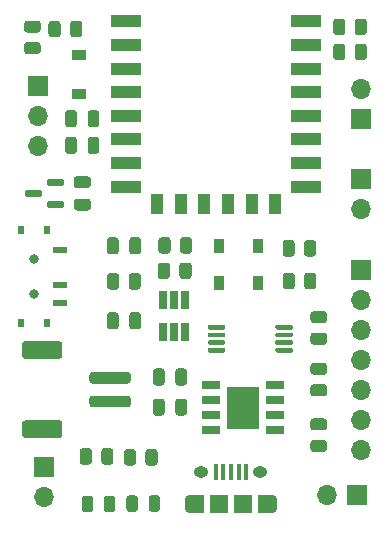
<source format=gts>
G04 #@! TF.GenerationSoftware,KiCad,Pcbnew,(5.1.12)-1*
G04 #@! TF.CreationDate,2021-12-21T15:59:21+01:00*
G04 #@! TF.ProjectId,iot-postbox,696f742d-706f-4737-9462-6f782e6b6963,v0.3*
G04 #@! TF.SameCoordinates,Original*
G04 #@! TF.FileFunction,Soldermask,Top*
G04 #@! TF.FilePolarity,Negative*
%FSLAX46Y46*%
G04 Gerber Fmt 4.6, Leading zero omitted, Abs format (unit mm)*
G04 Created by KiCad (PCBNEW (5.1.12)-1) date 2021-12-21 15:59:21*
%MOMM*%
%LPD*%
G01*
G04 APERTURE LIST*
%ADD10O,1.700000X1.700000*%
%ADD11R,1.700000X1.700000*%
%ADD12C,0.800000*%
%ADD13R,0.600000X0.800000*%
%ADD14R,1.200000X0.600000*%
%ADD15R,0.650000X1.560000*%
%ADD16R,1.500000X0.650000*%
%ADD17R,2.700000X3.600000*%
%ADD18R,2.500000X1.000000*%
%ADD19R,1.000000X1.800000*%
%ADD20O,0.890000X1.550000*%
%ADD21R,1.200000X1.550000*%
%ADD22R,1.500000X1.550000*%
%ADD23O,1.250000X0.950000*%
%ADD24R,0.400000X1.350000*%
%ADD25R,1.200000X0.900000*%
%ADD26R,0.900000X1.200000*%
G04 APERTURE END LIST*
D10*
X101669000Y-120720000D03*
X101669000Y-118180000D03*
D11*
X101669000Y-115640000D03*
D10*
X129032000Y-146418000D03*
X129032000Y-143878000D03*
X129032000Y-141338000D03*
X129032000Y-138798000D03*
X129032000Y-136258000D03*
X129032000Y-133718000D03*
D11*
X129032000Y-131178000D03*
D12*
X101349000Y-133240000D03*
D13*
X100239000Y-135650000D03*
X102459000Y-135650000D03*
X100239000Y-127830000D03*
X102459000Y-127830000D03*
D14*
X103559000Y-129490000D03*
X103559000Y-132490000D03*
X103559000Y-133990000D03*
D12*
X101349000Y-130240000D03*
G36*
G01*
X103900000Y-125500000D02*
X103900000Y-125800000D01*
G75*
G02*
X103750000Y-125950000I-150000J0D01*
G01*
X102575000Y-125950000D01*
G75*
G02*
X102425000Y-125800000I0J150000D01*
G01*
X102425000Y-125500000D01*
G75*
G02*
X102575000Y-125350000I150000J0D01*
G01*
X103750000Y-125350000D01*
G75*
G02*
X103900000Y-125500000I0J-150000D01*
G01*
G37*
G36*
G01*
X103900000Y-123600000D02*
X103900000Y-123900000D01*
G75*
G02*
X103750000Y-124050000I-150000J0D01*
G01*
X102575000Y-124050000D01*
G75*
G02*
X102425000Y-123900000I0J150000D01*
G01*
X102425000Y-123600000D01*
G75*
G02*
X102575000Y-123450000I150000J0D01*
G01*
X103750000Y-123450000D01*
G75*
G02*
X103900000Y-123600000I0J-150000D01*
G01*
G37*
G36*
G01*
X102025000Y-124550000D02*
X102025000Y-124850000D01*
G75*
G02*
X101875000Y-125000000I-150000J0D01*
G01*
X100700000Y-125000000D01*
G75*
G02*
X100550000Y-124850000I0J150000D01*
G01*
X100550000Y-124550000D01*
G75*
G02*
X100700000Y-124400000I150000J0D01*
G01*
X101875000Y-124400000D01*
G75*
G02*
X102025000Y-124550000I0J-150000D01*
G01*
G37*
G36*
G01*
X116050000Y-136125000D02*
X116050000Y-135925000D01*
G75*
G02*
X116150000Y-135825000I100000J0D01*
G01*
X117425000Y-135825000D01*
G75*
G02*
X117525000Y-135925000I0J-100000D01*
G01*
X117525000Y-136125000D01*
G75*
G02*
X117425000Y-136225000I-100000J0D01*
G01*
X116150000Y-136225000D01*
G75*
G02*
X116050000Y-136125000I0J100000D01*
G01*
G37*
G36*
G01*
X116050000Y-136775000D02*
X116050000Y-136575000D01*
G75*
G02*
X116150000Y-136475000I100000J0D01*
G01*
X117425000Y-136475000D01*
G75*
G02*
X117525000Y-136575000I0J-100000D01*
G01*
X117525000Y-136775000D01*
G75*
G02*
X117425000Y-136875000I-100000J0D01*
G01*
X116150000Y-136875000D01*
G75*
G02*
X116050000Y-136775000I0J100000D01*
G01*
G37*
G36*
G01*
X116050000Y-137425000D02*
X116050000Y-137225000D01*
G75*
G02*
X116150000Y-137125000I100000J0D01*
G01*
X117425000Y-137125000D01*
G75*
G02*
X117525000Y-137225000I0J-100000D01*
G01*
X117525000Y-137425000D01*
G75*
G02*
X117425000Y-137525000I-100000J0D01*
G01*
X116150000Y-137525000D01*
G75*
G02*
X116050000Y-137425000I0J100000D01*
G01*
G37*
G36*
G01*
X116050000Y-138075000D02*
X116050000Y-137875000D01*
G75*
G02*
X116150000Y-137775000I100000J0D01*
G01*
X117425000Y-137775000D01*
G75*
G02*
X117525000Y-137875000I0J-100000D01*
G01*
X117525000Y-138075000D01*
G75*
G02*
X117425000Y-138175000I-100000J0D01*
G01*
X116150000Y-138175000D01*
G75*
G02*
X116050000Y-138075000I0J100000D01*
G01*
G37*
G36*
G01*
X121775000Y-138075000D02*
X121775000Y-137875000D01*
G75*
G02*
X121875000Y-137775000I100000J0D01*
G01*
X123150000Y-137775000D01*
G75*
G02*
X123250000Y-137875000I0J-100000D01*
G01*
X123250000Y-138075000D01*
G75*
G02*
X123150000Y-138175000I-100000J0D01*
G01*
X121875000Y-138175000D01*
G75*
G02*
X121775000Y-138075000I0J100000D01*
G01*
G37*
G36*
G01*
X121775000Y-137425000D02*
X121775000Y-137225000D01*
G75*
G02*
X121875000Y-137125000I100000J0D01*
G01*
X123150000Y-137125000D01*
G75*
G02*
X123250000Y-137225000I0J-100000D01*
G01*
X123250000Y-137425000D01*
G75*
G02*
X123150000Y-137525000I-100000J0D01*
G01*
X121875000Y-137525000D01*
G75*
G02*
X121775000Y-137425000I0J100000D01*
G01*
G37*
G36*
G01*
X121775000Y-136775000D02*
X121775000Y-136575000D01*
G75*
G02*
X121875000Y-136475000I100000J0D01*
G01*
X123150000Y-136475000D01*
G75*
G02*
X123250000Y-136575000I0J-100000D01*
G01*
X123250000Y-136775000D01*
G75*
G02*
X123150000Y-136875000I-100000J0D01*
G01*
X121875000Y-136875000D01*
G75*
G02*
X121775000Y-136775000I0J100000D01*
G01*
G37*
G36*
G01*
X121775000Y-136125000D02*
X121775000Y-135925000D01*
G75*
G02*
X121875000Y-135825000I100000J0D01*
G01*
X123150000Y-135825000D01*
G75*
G02*
X123250000Y-135925000I0J-100000D01*
G01*
X123250000Y-136125000D01*
G75*
G02*
X123150000Y-136225000I-100000J0D01*
G01*
X121875000Y-136225000D01*
G75*
G02*
X121775000Y-136125000I0J100000D01*
G01*
G37*
D15*
X112250000Y-136400000D03*
X113200000Y-136400000D03*
X114150000Y-136400000D03*
X114150000Y-133700000D03*
X112250000Y-133700000D03*
X113200000Y-133700000D03*
D16*
X121750000Y-144755000D03*
X121750000Y-143485000D03*
X121750000Y-142215000D03*
X121750000Y-140945000D03*
X116350000Y-140945000D03*
X116350000Y-142215000D03*
X116350000Y-143485000D03*
X116350000Y-144755000D03*
D17*
X119050000Y-142850000D03*
D18*
X109160000Y-110130000D03*
X109160000Y-112130000D03*
X109160000Y-114130000D03*
X109160000Y-116130000D03*
X109160000Y-118130000D03*
X109160000Y-120130000D03*
X109160000Y-122130000D03*
X109160000Y-124130000D03*
D19*
X111760000Y-125630000D03*
X113760000Y-125630000D03*
X115760000Y-125630000D03*
X117760000Y-125630000D03*
X119760000Y-125630000D03*
X121760000Y-125630000D03*
D18*
X124360000Y-124130000D03*
X124360000Y-122130000D03*
X124360000Y-120130000D03*
X124360000Y-118130000D03*
X124360000Y-116130000D03*
X124360000Y-114130000D03*
X124360000Y-112130000D03*
X124360000Y-110130000D03*
G36*
G01*
X125890002Y-144770000D02*
X124989998Y-144770000D01*
G75*
G02*
X124740000Y-144520002I0J249998D01*
G01*
X124740000Y-143994998D01*
G75*
G02*
X124989998Y-143745000I249998J0D01*
G01*
X125890002Y-143745000D01*
G75*
G02*
X126140000Y-143994998I0J-249998D01*
G01*
X126140000Y-144520002D01*
G75*
G02*
X125890002Y-144770000I-249998J0D01*
G01*
G37*
G36*
G01*
X125890002Y-146595000D02*
X124989998Y-146595000D01*
G75*
G02*
X124740000Y-146345002I0J249998D01*
G01*
X124740000Y-145819998D01*
G75*
G02*
X124989998Y-145570000I249998J0D01*
G01*
X125890002Y-145570000D01*
G75*
G02*
X126140000Y-145819998I0J-249998D01*
G01*
X126140000Y-146345002D01*
G75*
G02*
X125890002Y-146595000I-249998J0D01*
G01*
G37*
G36*
G01*
X114725000Y-128649998D02*
X114725000Y-129550002D01*
G75*
G02*
X114475002Y-129800000I-249998J0D01*
G01*
X113949998Y-129800000D01*
G75*
G02*
X113700000Y-129550002I0J249998D01*
G01*
X113700000Y-128649998D01*
G75*
G02*
X113949998Y-128400000I249998J0D01*
G01*
X114475002Y-128400000D01*
G75*
G02*
X114725000Y-128649998I0J-249998D01*
G01*
G37*
G36*
G01*
X112900000Y-128649998D02*
X112900000Y-129550002D01*
G75*
G02*
X112650002Y-129800000I-249998J0D01*
G01*
X112124998Y-129800000D01*
G75*
G02*
X111875000Y-129550002I0J249998D01*
G01*
X111875000Y-128649998D01*
G75*
G02*
X112124998Y-128400000I249998J0D01*
G01*
X112650002Y-128400000D01*
G75*
G02*
X112900000Y-128649998I0J-249998D01*
G01*
G37*
G36*
G01*
X111825000Y-131700002D02*
X111825000Y-130799998D01*
G75*
G02*
X112074998Y-130550000I249998J0D01*
G01*
X112600002Y-130550000D01*
G75*
G02*
X112850000Y-130799998I0J-249998D01*
G01*
X112850000Y-131700002D01*
G75*
G02*
X112600002Y-131950000I-249998J0D01*
G01*
X112074998Y-131950000D01*
G75*
G02*
X111825000Y-131700002I0J249998D01*
G01*
G37*
G36*
G01*
X113650000Y-131700002D02*
X113650000Y-130799998D01*
G75*
G02*
X113899998Y-130550000I249998J0D01*
G01*
X114425002Y-130550000D01*
G75*
G02*
X114675000Y-130799998I0J-249998D01*
G01*
X114675000Y-131700002D01*
G75*
G02*
X114425002Y-131950000I-249998J0D01*
G01*
X113899998Y-131950000D01*
G75*
G02*
X113650000Y-131700002I0J249998D01*
G01*
G37*
G36*
G01*
X107525000Y-132600002D02*
X107525000Y-131699998D01*
G75*
G02*
X107774998Y-131450000I249998J0D01*
G01*
X108300002Y-131450000D01*
G75*
G02*
X108550000Y-131699998I0J-249998D01*
G01*
X108550000Y-132600002D01*
G75*
G02*
X108300002Y-132850000I-249998J0D01*
G01*
X107774998Y-132850000D01*
G75*
G02*
X107525000Y-132600002I0J249998D01*
G01*
G37*
G36*
G01*
X109350000Y-132600002D02*
X109350000Y-131699998D01*
G75*
G02*
X109599998Y-131450000I249998J0D01*
G01*
X110125002Y-131450000D01*
G75*
G02*
X110375000Y-131699998I0J-249998D01*
G01*
X110375000Y-132600002D01*
G75*
G02*
X110125002Y-132850000I-249998J0D01*
G01*
X109599998Y-132850000D01*
G75*
G02*
X109350000Y-132600002I0J249998D01*
G01*
G37*
G36*
G01*
X124989998Y-140860000D02*
X125890002Y-140860000D01*
G75*
G02*
X126140000Y-141109998I0J-249998D01*
G01*
X126140000Y-141635002D01*
G75*
G02*
X125890002Y-141885000I-249998J0D01*
G01*
X124989998Y-141885000D01*
G75*
G02*
X124740000Y-141635002I0J249998D01*
G01*
X124740000Y-141109998D01*
G75*
G02*
X124989998Y-140860000I249998J0D01*
G01*
G37*
G36*
G01*
X124989998Y-139035000D02*
X125890002Y-139035000D01*
G75*
G02*
X126140000Y-139284998I0J-249998D01*
G01*
X126140000Y-139810002D01*
G75*
G02*
X125890002Y-140060000I-249998J0D01*
G01*
X124989998Y-140060000D01*
G75*
G02*
X124740000Y-139810002I0J249998D01*
G01*
X124740000Y-139284998D01*
G75*
G02*
X124989998Y-139035000I249998J0D01*
G01*
G37*
G36*
G01*
X107030000Y-147420002D02*
X107030000Y-146519998D01*
G75*
G02*
X107279998Y-146270000I249998J0D01*
G01*
X107805002Y-146270000D01*
G75*
G02*
X108055000Y-146519998I0J-249998D01*
G01*
X108055000Y-147420002D01*
G75*
G02*
X107805002Y-147670000I-249998J0D01*
G01*
X107279998Y-147670000D01*
G75*
G02*
X107030000Y-147420002I0J249998D01*
G01*
G37*
G36*
G01*
X105205000Y-147420002D02*
X105205000Y-146519998D01*
G75*
G02*
X105454998Y-146270000I249998J0D01*
G01*
X105980002Y-146270000D01*
G75*
G02*
X106230000Y-146519998I0J-249998D01*
G01*
X106230000Y-147420002D01*
G75*
G02*
X105980002Y-147670000I-249998J0D01*
G01*
X105454998Y-147670000D01*
G75*
G02*
X105205000Y-147420002I0J249998D01*
G01*
G37*
G36*
G01*
X111795000Y-146589998D02*
X111795000Y-147490002D01*
G75*
G02*
X111545002Y-147740000I-249998J0D01*
G01*
X111019998Y-147740000D01*
G75*
G02*
X110770000Y-147490002I0J249998D01*
G01*
X110770000Y-146589998D01*
G75*
G02*
X111019998Y-146340000I249998J0D01*
G01*
X111545002Y-146340000D01*
G75*
G02*
X111795000Y-146589998I0J-249998D01*
G01*
G37*
G36*
G01*
X109970000Y-146589998D02*
X109970000Y-147490002D01*
G75*
G02*
X109720002Y-147740000I-249998J0D01*
G01*
X109194998Y-147740000D01*
G75*
G02*
X108945000Y-147490002I0J249998D01*
G01*
X108945000Y-146589998D01*
G75*
G02*
X109194998Y-146340000I249998J0D01*
G01*
X109720002Y-146340000D01*
G75*
G02*
X109970000Y-146589998I0J-249998D01*
G01*
G37*
G36*
G01*
X122375000Y-129790002D02*
X122375000Y-128889998D01*
G75*
G02*
X122624998Y-128640000I249998J0D01*
G01*
X123150002Y-128640000D01*
G75*
G02*
X123400000Y-128889998I0J-249998D01*
G01*
X123400000Y-129790002D01*
G75*
G02*
X123150002Y-130040000I-249998J0D01*
G01*
X122624998Y-130040000D01*
G75*
G02*
X122375000Y-129790002I0J249998D01*
G01*
G37*
G36*
G01*
X124200000Y-129790002D02*
X124200000Y-128889998D01*
G75*
G02*
X124449998Y-128640000I249998J0D01*
G01*
X124975002Y-128640000D01*
G75*
G02*
X125225000Y-128889998I0J-249998D01*
G01*
X125225000Y-129790002D01*
G75*
G02*
X124975002Y-130040000I-249998J0D01*
G01*
X124449998Y-130040000D01*
G75*
G02*
X124200000Y-129790002I0J249998D01*
G01*
G37*
G36*
G01*
X122375000Y-132565002D02*
X122375000Y-131664998D01*
G75*
G02*
X122624998Y-131415000I249998J0D01*
G01*
X123150002Y-131415000D01*
G75*
G02*
X123400000Y-131664998I0J-249998D01*
G01*
X123400000Y-132565002D01*
G75*
G02*
X123150002Y-132815000I-249998J0D01*
G01*
X122624998Y-132815000D01*
G75*
G02*
X122375000Y-132565002I0J249998D01*
G01*
G37*
G36*
G01*
X124200000Y-132565002D02*
X124200000Y-131664998D01*
G75*
G02*
X124449998Y-131415000I249998J0D01*
G01*
X124975002Y-131415000D01*
G75*
G02*
X125225000Y-131664998I0J-249998D01*
G01*
X125225000Y-132565002D01*
G75*
G02*
X124975002Y-132815000I-249998J0D01*
G01*
X124449998Y-132815000D01*
G75*
G02*
X124200000Y-132565002I0J249998D01*
G01*
G37*
G36*
G01*
X100743998Y-110065000D02*
X101644002Y-110065000D01*
G75*
G02*
X101894000Y-110314998I0J-249998D01*
G01*
X101894000Y-110840002D01*
G75*
G02*
X101644002Y-111090000I-249998J0D01*
G01*
X100743998Y-111090000D01*
G75*
G02*
X100494000Y-110840002I0J249998D01*
G01*
X100494000Y-110314998D01*
G75*
G02*
X100743998Y-110065000I249998J0D01*
G01*
G37*
G36*
G01*
X100743998Y-111890000D02*
X101644002Y-111890000D01*
G75*
G02*
X101894000Y-112139998I0J-249998D01*
G01*
X101894000Y-112665002D01*
G75*
G02*
X101644002Y-112915000I-249998J0D01*
G01*
X100743998Y-112915000D01*
G75*
G02*
X100494000Y-112665002I0J249998D01*
G01*
X100494000Y-112139998D01*
G75*
G02*
X100743998Y-111890000I249998J0D01*
G01*
G37*
G36*
G01*
X128488000Y-111040002D02*
X128488000Y-110139998D01*
G75*
G02*
X128737998Y-109890000I249998J0D01*
G01*
X129263002Y-109890000D01*
G75*
G02*
X129513000Y-110139998I0J-249998D01*
G01*
X129513000Y-111040002D01*
G75*
G02*
X129263002Y-111290000I-249998J0D01*
G01*
X128737998Y-111290000D01*
G75*
G02*
X128488000Y-111040002I0J249998D01*
G01*
G37*
G36*
G01*
X126663000Y-111040002D02*
X126663000Y-110139998D01*
G75*
G02*
X126912998Y-109890000I249998J0D01*
G01*
X127438002Y-109890000D01*
G75*
G02*
X127688000Y-110139998I0J-249998D01*
G01*
X127688000Y-111040002D01*
G75*
G02*
X127438002Y-111290000I-249998J0D01*
G01*
X126912998Y-111290000D01*
G75*
G02*
X126663000Y-111040002I0J249998D01*
G01*
G37*
G36*
G01*
X124989998Y-136490000D02*
X125890002Y-136490000D01*
G75*
G02*
X126140000Y-136739998I0J-249998D01*
G01*
X126140000Y-137265002D01*
G75*
G02*
X125890002Y-137515000I-249998J0D01*
G01*
X124989998Y-137515000D01*
G75*
G02*
X124740000Y-137265002I0J249998D01*
G01*
X124740000Y-136739998D01*
G75*
G02*
X124989998Y-136490000I249998J0D01*
G01*
G37*
G36*
G01*
X124989998Y-134665000D02*
X125890002Y-134665000D01*
G75*
G02*
X126140000Y-134914998I0J-249998D01*
G01*
X126140000Y-135440002D01*
G75*
G02*
X125890002Y-135690000I-249998J0D01*
G01*
X124989998Y-135690000D01*
G75*
G02*
X124740000Y-135440002I0J249998D01*
G01*
X124740000Y-134914998D01*
G75*
G02*
X124989998Y-134665000I249998J0D01*
G01*
G37*
G36*
G01*
X128488000Y-113160002D02*
X128488000Y-112259998D01*
G75*
G02*
X128737998Y-112010000I249998J0D01*
G01*
X129263002Y-112010000D01*
G75*
G02*
X129513000Y-112259998I0J-249998D01*
G01*
X129513000Y-113160002D01*
G75*
G02*
X129263002Y-113410000I-249998J0D01*
G01*
X128737998Y-113410000D01*
G75*
G02*
X128488000Y-113160002I0J249998D01*
G01*
G37*
G36*
G01*
X126663000Y-113160002D02*
X126663000Y-112259998D01*
G75*
G02*
X126912998Y-112010000I249998J0D01*
G01*
X127438002Y-112010000D01*
G75*
G02*
X127688000Y-112259998I0J-249998D01*
G01*
X127688000Y-113160002D01*
G75*
G02*
X127438002Y-113410000I-249998J0D01*
G01*
X126912998Y-113410000D01*
G75*
G02*
X126663000Y-113160002I0J249998D01*
G01*
G37*
G36*
G01*
X102560000Y-111230002D02*
X102560000Y-110329998D01*
G75*
G02*
X102809998Y-110080000I249998J0D01*
G01*
X103335002Y-110080000D01*
G75*
G02*
X103585000Y-110329998I0J-249998D01*
G01*
X103585000Y-111230002D01*
G75*
G02*
X103335002Y-111480000I-249998J0D01*
G01*
X102809998Y-111480000D01*
G75*
G02*
X102560000Y-111230002I0J249998D01*
G01*
G37*
G36*
G01*
X104385000Y-111230002D02*
X104385000Y-110329998D01*
G75*
G02*
X104634998Y-110080000I249998J0D01*
G01*
X105160002Y-110080000D01*
G75*
G02*
X105410000Y-110329998I0J-249998D01*
G01*
X105410000Y-111230002D01*
G75*
G02*
X105160002Y-111480000I-249998J0D01*
G01*
X104634998Y-111480000D01*
G75*
G02*
X104385000Y-111230002I0J249998D01*
G01*
G37*
D11*
X102180000Y-147820000D03*
D10*
X102180000Y-150360000D03*
G36*
G01*
X100580000Y-143910000D02*
X103480000Y-143910000D01*
G75*
G02*
X103730000Y-144160000I0J-250000D01*
G01*
X103730000Y-145160000D01*
G75*
G02*
X103480000Y-145410000I-250000J0D01*
G01*
X100580000Y-145410000D01*
G75*
G02*
X100330000Y-145160000I0J250000D01*
G01*
X100330000Y-144160000D01*
G75*
G02*
X100580000Y-143910000I250000J0D01*
G01*
G37*
G36*
G01*
X100580000Y-137210000D02*
X103480000Y-137210000D01*
G75*
G02*
X103730000Y-137460000I0J-250000D01*
G01*
X103730000Y-138460000D01*
G75*
G02*
X103480000Y-138710000I-250000J0D01*
G01*
X100580000Y-138710000D01*
G75*
G02*
X100330000Y-138460000I0J250000D01*
G01*
X100330000Y-137460000D01*
G75*
G02*
X100580000Y-137210000I250000J0D01*
G01*
G37*
G36*
G01*
X106280000Y-141810000D02*
X109280000Y-141810000D01*
G75*
G02*
X109530000Y-142060000I0J-250000D01*
G01*
X109530000Y-142560000D01*
G75*
G02*
X109280000Y-142810000I-250000J0D01*
G01*
X106280000Y-142810000D01*
G75*
G02*
X106030000Y-142560000I0J250000D01*
G01*
X106030000Y-142060000D01*
G75*
G02*
X106280000Y-141810000I250000J0D01*
G01*
G37*
G36*
G01*
X106280000Y-139810000D02*
X109280000Y-139810000D01*
G75*
G02*
X109530000Y-140060000I0J-250000D01*
G01*
X109530000Y-140560000D01*
G75*
G02*
X109280000Y-140810000I-250000J0D01*
G01*
X106280000Y-140810000D01*
G75*
G02*
X106030000Y-140560000I0J250000D01*
G01*
X106030000Y-140060000D01*
G75*
G02*
X106280000Y-139810000I250000J0D01*
G01*
G37*
D20*
X121510000Y-151020000D03*
X114510000Y-151020000D03*
D21*
X120910000Y-151020000D03*
X115110000Y-151020000D03*
D22*
X119010000Y-151020000D03*
X117010000Y-151020000D03*
D23*
X120510000Y-148320000D03*
X115510000Y-148320000D03*
D24*
X119310000Y-148320000D03*
X118660000Y-148320000D03*
X118010000Y-148320000D03*
X117360000Y-148320000D03*
X116710000Y-148320000D03*
D10*
X126120000Y-150260000D03*
D11*
X128660000Y-150260000D03*
X129030000Y-118420000D03*
D10*
X129030000Y-115880000D03*
D11*
X129030000Y-123520000D03*
D10*
X129030000Y-126060000D03*
G36*
G01*
X107248000Y-151446250D02*
X107248000Y-150533750D01*
G75*
G02*
X107491750Y-150290000I243750J0D01*
G01*
X107979250Y-150290000D01*
G75*
G02*
X108223000Y-150533750I0J-243750D01*
G01*
X108223000Y-151446250D01*
G75*
G02*
X107979250Y-151690000I-243750J0D01*
G01*
X107491750Y-151690000D01*
G75*
G02*
X107248000Y-151446250I0J243750D01*
G01*
G37*
G36*
G01*
X105373000Y-151446250D02*
X105373000Y-150533750D01*
G75*
G02*
X105616750Y-150290000I243750J0D01*
G01*
X106104250Y-150290000D01*
G75*
G02*
X106348000Y-150533750I0J-243750D01*
G01*
X106348000Y-151446250D01*
G75*
G02*
X106104250Y-151690000I-243750J0D01*
G01*
X105616750Y-151690000D01*
G75*
G02*
X105373000Y-151446250I0J243750D01*
G01*
G37*
G36*
G01*
X109155000Y-151416250D02*
X109155000Y-150503750D01*
G75*
G02*
X109398750Y-150260000I243750J0D01*
G01*
X109886250Y-150260000D01*
G75*
G02*
X110130000Y-150503750I0J-243750D01*
G01*
X110130000Y-151416250D01*
G75*
G02*
X109886250Y-151660000I-243750J0D01*
G01*
X109398750Y-151660000D01*
G75*
G02*
X109155000Y-151416250I0J243750D01*
G01*
G37*
G36*
G01*
X111030000Y-151416250D02*
X111030000Y-150503750D01*
G75*
G02*
X111273750Y-150260000I243750J0D01*
G01*
X111761250Y-150260000D01*
G75*
G02*
X112005000Y-150503750I0J-243750D01*
G01*
X112005000Y-151416250D01*
G75*
G02*
X111761250Y-151660000I-243750J0D01*
G01*
X111273750Y-151660000D01*
G75*
G02*
X111030000Y-151416250I0J243750D01*
G01*
G37*
D25*
X105115000Y-112950000D03*
X105115000Y-116250000D03*
D26*
X117030000Y-132315000D03*
X120330000Y-132315000D03*
X117030000Y-129140000D03*
X120330000Y-129140000D03*
G36*
G01*
X104950000Y-123250000D02*
X105900000Y-123250000D01*
G75*
G02*
X106150000Y-123500000I0J-250000D01*
G01*
X106150000Y-124000000D01*
G75*
G02*
X105900000Y-124250000I-250000J0D01*
G01*
X104950000Y-124250000D01*
G75*
G02*
X104700000Y-124000000I0J250000D01*
G01*
X104700000Y-123500000D01*
G75*
G02*
X104950000Y-123250000I250000J0D01*
G01*
G37*
G36*
G01*
X104950000Y-125150000D02*
X105900000Y-125150000D01*
G75*
G02*
X106150000Y-125400000I0J-250000D01*
G01*
X106150000Y-125900000D01*
G75*
G02*
X105900000Y-126150000I-250000J0D01*
G01*
X104950000Y-126150000D01*
G75*
G02*
X104700000Y-125900000I0J250000D01*
G01*
X104700000Y-125400000D01*
G75*
G02*
X104950000Y-125150000I250000J0D01*
G01*
G37*
G36*
G01*
X107500000Y-129605000D02*
X107500000Y-128655000D01*
G75*
G02*
X107750000Y-128405000I250000J0D01*
G01*
X108250000Y-128405000D01*
G75*
G02*
X108500000Y-128655000I0J-250000D01*
G01*
X108500000Y-129605000D01*
G75*
G02*
X108250000Y-129855000I-250000J0D01*
G01*
X107750000Y-129855000D01*
G75*
G02*
X107500000Y-129605000I0J250000D01*
G01*
G37*
G36*
G01*
X109400000Y-129605000D02*
X109400000Y-128655000D01*
G75*
G02*
X109650000Y-128405000I250000J0D01*
G01*
X110150000Y-128405000D01*
G75*
G02*
X110400000Y-128655000I0J-250000D01*
G01*
X110400000Y-129605000D01*
G75*
G02*
X110150000Y-129855000I-250000J0D01*
G01*
X109650000Y-129855000D01*
G75*
G02*
X109400000Y-129605000I0J250000D01*
G01*
G37*
G36*
G01*
X110400000Y-135005000D02*
X110400000Y-135955000D01*
G75*
G02*
X110150000Y-136205000I-250000J0D01*
G01*
X109650000Y-136205000D01*
G75*
G02*
X109400000Y-135955000I0J250000D01*
G01*
X109400000Y-135005000D01*
G75*
G02*
X109650000Y-134755000I250000J0D01*
G01*
X110150000Y-134755000D01*
G75*
G02*
X110400000Y-135005000I0J-250000D01*
G01*
G37*
G36*
G01*
X108500000Y-135005000D02*
X108500000Y-135955000D01*
G75*
G02*
X108250000Y-136205000I-250000J0D01*
G01*
X107750000Y-136205000D01*
G75*
G02*
X107500000Y-135955000I0J250000D01*
G01*
X107500000Y-135005000D01*
G75*
G02*
X107750000Y-134755000I250000J0D01*
G01*
X108250000Y-134755000D01*
G75*
G02*
X108500000Y-135005000I0J-250000D01*
G01*
G37*
G36*
G01*
X111390000Y-140715000D02*
X111390000Y-139765000D01*
G75*
G02*
X111640000Y-139515000I250000J0D01*
G01*
X112140000Y-139515000D01*
G75*
G02*
X112390000Y-139765000I0J-250000D01*
G01*
X112390000Y-140715000D01*
G75*
G02*
X112140000Y-140965000I-250000J0D01*
G01*
X111640000Y-140965000D01*
G75*
G02*
X111390000Y-140715000I0J250000D01*
G01*
G37*
G36*
G01*
X113290000Y-140715000D02*
X113290000Y-139765000D01*
G75*
G02*
X113540000Y-139515000I250000J0D01*
G01*
X114040000Y-139515000D01*
G75*
G02*
X114290000Y-139765000I0J-250000D01*
G01*
X114290000Y-140715000D01*
G75*
G02*
X114040000Y-140965000I-250000J0D01*
G01*
X113540000Y-140965000D01*
G75*
G02*
X113290000Y-140715000I0J250000D01*
G01*
G37*
G36*
G01*
X111390000Y-143265000D02*
X111390000Y-142315000D01*
G75*
G02*
X111640000Y-142065000I250000J0D01*
G01*
X112140000Y-142065000D01*
G75*
G02*
X112390000Y-142315000I0J-250000D01*
G01*
X112390000Y-143265000D01*
G75*
G02*
X112140000Y-143515000I-250000J0D01*
G01*
X111640000Y-143515000D01*
G75*
G02*
X111390000Y-143265000I0J250000D01*
G01*
G37*
G36*
G01*
X113290000Y-143265000D02*
X113290000Y-142315000D01*
G75*
G02*
X113540000Y-142065000I250000J0D01*
G01*
X114040000Y-142065000D01*
G75*
G02*
X114290000Y-142315000I0J-250000D01*
G01*
X114290000Y-143265000D01*
G75*
G02*
X114040000Y-143515000I-250000J0D01*
G01*
X113540000Y-143515000D01*
G75*
G02*
X113290000Y-143265000I0J250000D01*
G01*
G37*
G36*
G01*
X106869000Y-120155000D02*
X106869000Y-121105000D01*
G75*
G02*
X106619000Y-121355000I-250000J0D01*
G01*
X106119000Y-121355000D01*
G75*
G02*
X105869000Y-121105000I0J250000D01*
G01*
X105869000Y-120155000D01*
G75*
G02*
X106119000Y-119905000I250000J0D01*
G01*
X106619000Y-119905000D01*
G75*
G02*
X106869000Y-120155000I0J-250000D01*
G01*
G37*
G36*
G01*
X104969000Y-120155000D02*
X104969000Y-121105000D01*
G75*
G02*
X104719000Y-121355000I-250000J0D01*
G01*
X104219000Y-121355000D01*
G75*
G02*
X103969000Y-121105000I0J250000D01*
G01*
X103969000Y-120155000D01*
G75*
G02*
X104219000Y-119905000I250000J0D01*
G01*
X104719000Y-119905000D01*
G75*
G02*
X104969000Y-120155000I0J-250000D01*
G01*
G37*
G36*
G01*
X106869000Y-117900000D02*
X106869000Y-118850000D01*
G75*
G02*
X106619000Y-119100000I-250000J0D01*
G01*
X106119000Y-119100000D01*
G75*
G02*
X105869000Y-118850000I0J250000D01*
G01*
X105869000Y-117900000D01*
G75*
G02*
X106119000Y-117650000I250000J0D01*
G01*
X106619000Y-117650000D01*
G75*
G02*
X106869000Y-117900000I0J-250000D01*
G01*
G37*
G36*
G01*
X104969000Y-117900000D02*
X104969000Y-118850000D01*
G75*
G02*
X104719000Y-119100000I-250000J0D01*
G01*
X104219000Y-119100000D01*
G75*
G02*
X103969000Y-118850000I0J250000D01*
G01*
X103969000Y-117900000D01*
G75*
G02*
X104219000Y-117650000I250000J0D01*
G01*
X104719000Y-117650000D01*
G75*
G02*
X104969000Y-117900000I0J-250000D01*
G01*
G37*
M02*

</source>
